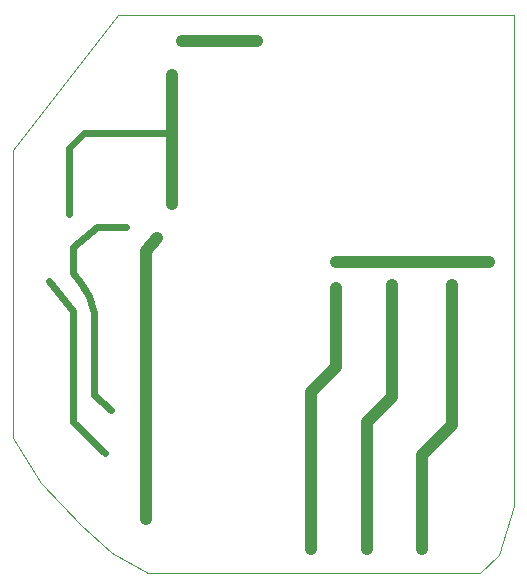
<source format=gbr>
%FSLAX32Y32*%
%MOMM*%
%LNKONTUR*%
G71*
G01*
%ADD10C, 0.10*%
%ADD11C, 1.00*%
%ADD12C, 0.60*%
%LPD*%
G54D10*
X3953Y5571D02*
X3953Y5222D01*
X4191Y4841D01*
X4524Y4491D01*
X4794Y4253D01*
X5096Y4079D01*
X7906Y4079D01*
X8064Y4237D01*
X8192Y4650D01*
X8192Y8809D01*
X4842Y8809D01*
X3953Y7666D01*
X3953Y5571D01*
G54D11*
X5080Y4539D02*
X5080Y6809D01*
X5175Y6920D01*
G54D11*
X5302Y7206D02*
X5302Y8301D01*
G54D11*
X6953Y4285D02*
X6953Y5364D01*
X7160Y5571D01*
X7160Y6523D01*
G54D11*
X7414Y4285D02*
X7414Y5079D01*
X7668Y5333D01*
X7668Y6523D01*
G54D11*
X6683Y6492D02*
X6683Y5825D01*
X6477Y5618D01*
X6477Y4285D01*
G54D11*
X6683Y6714D02*
X7985Y6714D01*
G54D12*
X4731Y5095D02*
X4461Y5364D01*
X4461Y6301D01*
X4254Y6555D01*
G54D11*
X5382Y8587D02*
X6017Y8587D01*
G54D12*
X5270Y7809D02*
X4556Y7809D01*
X4429Y7682D01*
X4429Y7119D01*
G54D12*
X4905Y7016D02*
X4667Y7016D01*
X4461Y6841D01*
X4461Y6619D01*
X4516Y6547D01*
X4592Y6424D01*
X4636Y6285D01*
X4636Y5587D01*
X4778Y5460D01*
M02*

</source>
